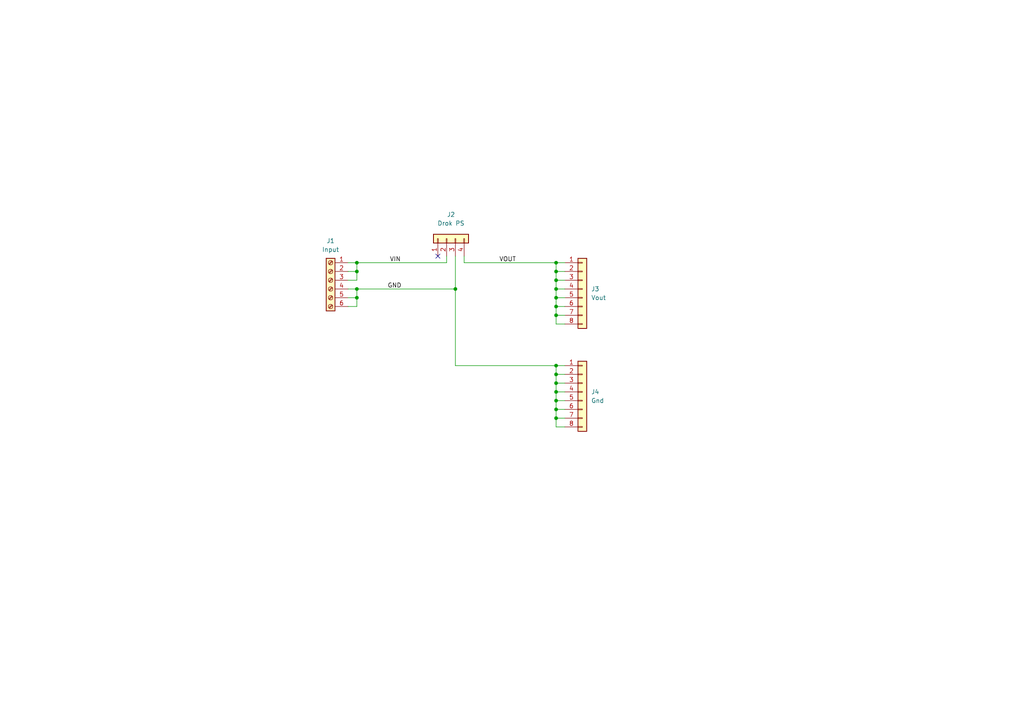
<source format=kicad_sch>
(kicad_sch (version 20211123) (generator eeschema)
  (paper "A4")
  (title_block (title "DrokPowersupply") (date "2022-09-10") (rev "1"))
  (lib_symbols
    (symbol "Connector:Screw_Terminal_01x06" (pin_names (offset 1.016) hide)
      (property "Reference" "J" (at 0 7.62 0))
      (property "Value" "Screw_Terminal_01x06" (at 0 -10.16 0))
      (symbol "Screw_Terminal_01x06_1_1"
        (rectangle (start -1.27 6.35) (end 1.27 -8.89) (stroke (width 0.254)) (fill (type background)))
        (circle (center 0 -7.62) (radius 0.635) (stroke (width 0.1524)))
        (circle (center 0 -5.08) (radius 0.635) (stroke (width 0.1524)))
        (circle (center 0 -2.54) (radius 0.635) (stroke (width 0.1524)))
        (polyline (pts (xy -0.5334 -7.2898) (xy 0.3302 -8.128)) (stroke (width 0.1524)))
        (polyline (pts (xy -0.5334 -4.7498) (xy 0.3302 -5.588)) (stroke (width 0.1524)))
        (polyline (pts (xy -0.5334 -2.2098) (xy 0.3302 -3.048)) (stroke (width 0.1524)))
        (polyline (pts (xy -0.5334 0.3302) (xy 0.3302 -0.508)) (stroke (width 0.1524)))
        (polyline (pts (xy -0.5334 2.8702) (xy 0.3302 2.032)) (stroke (width 0.1524)))
        (polyline (pts (xy -0.5334 5.4102) (xy 0.3302 4.572)) (stroke (width 0.1524)))
        (polyline (pts (xy -0.3556 -7.112) (xy 0.508 -7.9502)) (stroke (width 0.1524)))
        (polyline (pts (xy -0.3556 -4.572) (xy 0.508 -5.4102)) (stroke (width 0.1524)))
        (polyline (pts (xy -0.3556 -2.032) (xy 0.508 -2.8702)) (stroke (width 0.1524)))
        (polyline (pts (xy -0.3556 0.508) (xy 0.508 -0.3302)) (stroke (width 0.1524)))
        (polyline (pts (xy -0.3556 3.048) (xy 0.508 2.2098)) (stroke (width 0.1524)))
        (polyline (pts (xy -0.3556 5.588) (xy 0.508 4.7498)) (stroke (width 0.1524)))
        (circle (center 0 0) (radius 0.635) (stroke (width 0.1524)))
        (circle (center 0 2.54) (radius 0.635) (stroke (width 0.1524)))
        (circle (center 0 5.08) (radius 0.635) (stroke (width 0.1524)))
        (pin passive line (at -5.08 5.08 0) (length 3.81) (name "Pin_1") (number "1"))
        (pin passive line (at -5.08 2.54 0) (length 3.81) (name "Pin_2") (number "2"))
        (pin passive line (at -5.08 0 0) (length 3.81) (name "Pin_3") (number "3"))
        (pin passive line (at -5.08 -2.54 0) (length 3.81) (name "Pin_4") (number "4"))
        (pin passive line (at -5.08 -5.08 0) (length 3.81) (name "Pin_5") (number "5"))
        (pin passive line (at -5.08 -7.62 0) (length 3.81) (name "Pin_6") (number "6"))
      )
    )
    (symbol "Connector_Generic:Conn_01x04" (pin_names (offset 1.016) hide)
      (property "Reference" "J" (at 0 5.08 0))
      (property "Value" "Conn_01x04" (at 0 -7.62 0))
      (symbol "Conn_01x04_1_1"
        (rectangle (start -1.27 -4.953) (end 0 -5.207) (stroke (width 0.1524)))
        (rectangle (start -1.27 -2.413) (end 0 -2.667) (stroke (width 0.1524)))
        (rectangle (start -1.27 0.127) (end 0 -0.127) (stroke (width 0.1524)))
        (rectangle (start -1.27 2.667) (end 0 2.413) (stroke (width 0.1524)))
        (rectangle (start -1.27 3.81) (end 1.27 -6.35) (stroke (width 0.254)) (fill (type background)))
        (pin passive line (at -5.08 2.54 0) (length 3.81) (name "Pin_1") (number "1"))
        (pin passive line (at -5.08 0 0) (length 3.81) (name "Pin_2") (number "2"))
        (pin passive line (at -5.08 -2.54 0) (length 3.81) (name "Pin_3") (number "3"))
        (pin passive line (at -5.08 -5.08 0) (length 3.81) (name "Pin_4") (number "4"))
      )
    )
    (symbol "Connector_Generic:Conn_01x08" (pin_names (offset 1.016) hide)
      (property "Reference" "J" (at 0 10.16 0))
      (property "Value" "Conn_01x08" (at 0 -12.7 0))
      (symbol "Conn_01x08_1_1"
        (rectangle (start -1.27 -10.033) (end 0 -10.287) (stroke (width 0.1524)))
        (rectangle (start -1.27 -7.493) (end 0 -7.747) (stroke (width 0.1524)))
        (rectangle (start -1.27 -4.953) (end 0 -5.207) (stroke (width 0.1524)))
        (rectangle (start -1.27 -2.413) (end 0 -2.667) (stroke (width 0.1524)))
        (rectangle (start -1.27 0.127) (end 0 -0.127) (stroke (width 0.1524)))
        (rectangle (start -1.27 2.667) (end 0 2.413) (stroke (width 0.1524)))
        (rectangle (start -1.27 5.207) (end 0 4.953) (stroke (width 0.1524)))
        (rectangle (start -1.27 7.747) (end 0 7.493) (stroke (width 0.1524)))
        (rectangle (start -1.27 8.89) (end 1.27 -11.43) (stroke (width 0.254)) (fill (type background)))
        (pin passive line (at -5.08 7.62 0) (length 3.81) (name "Pin_1") (number "1"))
        (pin passive line (at -5.08 5.08 0) (length 3.81) (name "Pin_2") (number "2"))
        (pin passive line (at -5.08 2.54 0) (length 3.81) (name "Pin_3") (number "3"))
        (pin passive line (at -5.08 0 0) (length 3.81) (name "Pin_4") (number "4"))
        (pin passive line (at -5.08 -2.54 0) (length 3.81) (name "Pin_5") (number "5"))
        (pin passive line (at -5.08 -5.08 0) (length 3.81) (name "Pin_6") (number "6"))
        (pin passive line (at -5.08 -7.62 0) (length 3.81) (name "Pin_7") (number "7"))
        (pin passive line (at -5.08 -10.16 0) (length 3.81) (name "Pin_8") (number "8"))
      )
    )
  )
  (junction (at 161.29 81.28))
  (junction (at 103.505 76.2))
  (junction (at 161.29 111.125))
  (junction (at 161.29 76.2))
  (junction (at 161.29 113.665))
  (junction (at 161.29 83.82))
  (junction (at 161.29 106.045))
  (junction (at 103.505 78.74))
  (junction (at 161.29 121.285))
  (junction (at 161.29 86.36))
  (junction (at 161.29 78.74))
  (junction (at 161.29 116.205))
  (junction (at 132.08 83.82))
  (junction (at 161.29 91.44))
  (junction (at 161.29 108.585))
  (junction (at 161.29 88.9))
  (junction (at 161.29 118.745))
  (junction (at 103.505 86.36))
  (junction (at 103.505 83.82))
  (no_connect (at 127 74.295))
  (wire (pts (xy 134.62 74.295) (xy 134.62 76.2)))
  (wire (pts (xy 161.29 81.28) (xy 163.83 81.28)))
  (wire (pts (xy 161.29 76.2) (xy 163.83 76.2)))
  (wire (pts (xy 103.505 86.36) (xy 103.505 88.9)))
  (wire (pts (xy 161.29 118.745) (xy 161.29 121.285)))
  (wire (pts (xy 132.08 74.295) (xy 132.08 83.82)))
  (wire (pts (xy 103.505 83.82) (xy 103.505 86.36)))
  (wire (pts (xy 129.54 76.2) (xy 103.505 76.2)))
  (wire (pts (xy 161.29 116.205) (xy 163.83 116.205)))
  (wire (pts (xy 103.505 78.74) (xy 100.965 78.74)))
  (wire (pts (xy 134.62 76.2) (xy 161.29 76.2)))
  (wire (pts (xy 103.505 86.36) (xy 100.965 86.36)))
  (wire (pts (xy 161.29 121.285) (xy 161.29 123.825)))
  (wire (pts (xy 161.29 88.9) (xy 163.83 88.9)))
  (wire (pts (xy 161.29 83.82) (xy 163.83 83.82)))
  (wire (pts (xy 132.08 83.82) (xy 132.08 106.045)))
  (wire (pts (xy 161.29 88.9) (xy 161.29 91.44)))
  (wire (pts (xy 161.29 93.98) (xy 163.83 93.98)))
  (wire (pts (xy 161.29 83.82) (xy 161.29 86.36)))
  (wire (pts (xy 161.29 106.045) (xy 161.29 108.585)))
  (wire (pts (xy 161.29 108.585) (xy 161.29 111.125)))
  (wire (pts (xy 103.505 76.2) (xy 100.965 76.2)))
  (wire (pts (xy 161.29 111.125) (xy 163.83 111.125)))
  (wire (pts (xy 103.505 83.82) (xy 132.08 83.82)))
  (wire (pts (xy 161.29 81.28) (xy 161.29 83.82)))
  (wire (pts (xy 161.29 113.665) (xy 161.29 116.205)))
  (wire (pts (xy 161.29 76.2) (xy 161.29 78.74)))
  (wire (pts (xy 161.29 78.74) (xy 163.83 78.74)))
  (wire (pts (xy 103.505 78.74) (xy 103.505 81.28)))
  (wire (pts (xy 161.29 91.44) (xy 163.83 91.44)))
  (wire (pts (xy 161.29 86.36) (xy 163.83 86.36)))
  (wire (pts (xy 161.29 123.825) (xy 163.83 123.825)))
  (wire (pts (xy 161.29 116.205) (xy 161.29 118.745)))
  (wire (pts (xy 103.505 81.28) (xy 100.965 81.28)))
  (wire (pts (xy 161.29 118.745) (xy 163.83 118.745)))
  (wire (pts (xy 161.29 121.285) (xy 163.83 121.285)))
  (wire (pts (xy 161.29 108.585) (xy 163.83 108.585)))
  (wire (pts (xy 129.54 74.295) (xy 129.54 76.2)))
  (wire (pts (xy 161.29 113.665) (xy 163.83 113.665)))
  (wire (pts (xy 161.29 86.36) (xy 161.29 88.9)))
  (wire (pts (xy 161.29 91.44) (xy 161.29 93.98)))
  (wire (pts (xy 132.08 106.045) (xy 161.29 106.045)))
  (wire (pts (xy 100.965 83.82) (xy 103.505 83.82)))
  (wire (pts (xy 103.505 76.2) (xy 103.505 78.74)))
  (wire (pts (xy 161.29 106.045) (xy 163.83 106.045)))
  (wire (pts (xy 103.505 88.9) (xy 100.965 88.9)))
  (wire (pts (xy 161.29 78.74) (xy 161.29 81.28)))
  (wire (pts (xy 161.29 111.125) (xy 161.29 113.665)))
  (label "GND" (at 112.395 83.82 0))
  (label "VOUT" (at 144.78 76.2 0))
  (label "VIN" (at 113.03 76.2 0))
  (symbol (lib_id "Connector_Generic:Conn_01x08") (at 168.91 83.82 0) (unit 1)
    (property "Reference" "J3" (at 171.45 83.8199 0) (effects (justify left)))
    (property "Value" "Vout" (at 171.45 86.3599 0) (effects (justify left)))
    (property "Footprint" "Connector_PinHeader_2.54mm:PinHeader_1x08_P2.54mm_Vertical" (effects hide))
  )
  (symbol (lib_id "Connector:Screw_Terminal_01x06") (at 95.885 81.28 0) (mirror y) (unit 1)
    (property "Reference" "J1" (at 95.885 69.85 0))
    (property "Value" "Input" (at 95.885 72.39 0))
    (property "Footprint" "TerminalBlock_4Ucon:TerminalBlock_4Ucon_1x06_P3.50mm_Horizontal" (effects hide))
  )
  (symbol (lib_id "Connector_Generic:Conn_01x04") (at 129.54 69.215 90) (unit 1)
    (property "Reference" "J2" (at 130.81 62.23 90))
    (property "Value" "Drok PS" (at 130.81 64.77 90))
    (property "Footprint" "Connector_PinSocket_2.54mm:PinSocket_1x04_P2.54mm_Horizontal" (effects hide))
  )
  (symbol (lib_id "Connector_Generic:Conn_01x08") (at 168.91 113.665 0) (unit 1)
    (property "Reference" "J4" (at 171.45 113.6649 0) (effects (justify left)))
    (property "Value" "Gnd" (at 171.45 116.2049 0) (effects (justify left)))
    (property "Footprint" "Connector_PinHeader_2.54mm:PinHeader_1x08_P2.54mm_Vertical" (effects hide))
  )
)
</source>
